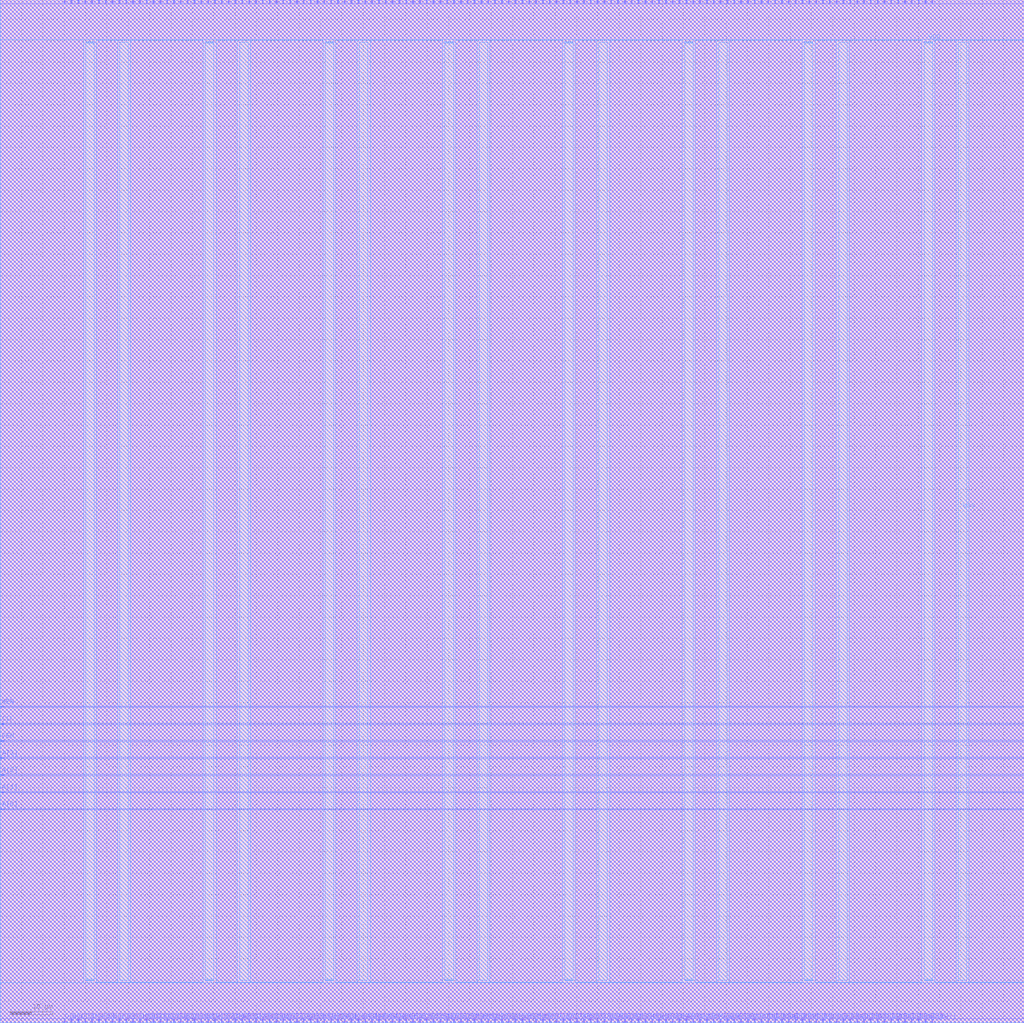
<source format=lef>
##
## LEF for PtnCells ;
## created by Innovus v15.23-s045_1 on Mon Mar 10 19:44:47 2025
##

VERSION 5.8 ;

BUSBITCHARS "[]" ;
DIVIDERCHAR "/" ;

MACRO sram_w16
  CLASS BLOCK ;
  SIZE 239.8000 BY 239.6000 ;
  FOREIGN sram_w16 0.0000 0.0000 ;
  ORIGIN 0 0 ;
  SYMMETRY X Y R90 ;
  PIN CLK
    DIRECTION INPUT ;
    USE SIGNAL ;
    PORT
      LAYER M3 ;
        RECT 0.0000 69.9500 0.8000 70.0500 ;
    END
  END CLK
  PIN D[127]
    DIRECTION INPUT ;
    USE SIGNAL ;
    PORT
      LAYER M2 ;
        RECT 218.2500 0.0000 218.3500 0.8000 ;
    END
  END D[127]
  PIN D[126]
    DIRECTION INPUT ;
    USE SIGNAL ;
    PORT
      LAYER M2 ;
        RECT 216.6500 0.0000 216.7500 0.8000 ;
    END
  END D[126]
  PIN D[125]
    DIRECTION INPUT ;
    USE SIGNAL ;
    PORT
      LAYER M2 ;
        RECT 215.0500 0.0000 215.1500 0.8000 ;
    END
  END D[125]
  PIN D[124]
    DIRECTION INPUT ;
    USE SIGNAL ;
    PORT
      LAYER M2 ;
        RECT 213.4500 0.0000 213.5500 0.8000 ;
    END
  END D[124]
  PIN D[123]
    DIRECTION INPUT ;
    USE SIGNAL ;
    PORT
      LAYER M2 ;
        RECT 211.8500 0.0000 211.9500 0.8000 ;
    END
  END D[123]
  PIN D[122]
    DIRECTION INPUT ;
    USE SIGNAL ;
    PORT
      LAYER M2 ;
        RECT 210.2500 0.0000 210.3500 0.8000 ;
    END
  END D[122]
  PIN D[121]
    DIRECTION INPUT ;
    USE SIGNAL ;
    PORT
      LAYER M2 ;
        RECT 208.6500 0.0000 208.7500 0.8000 ;
    END
  END D[121]
  PIN D[120]
    DIRECTION INPUT ;
    USE SIGNAL ;
    PORT
      LAYER M2 ;
        RECT 207.0500 0.0000 207.1500 0.8000 ;
    END
  END D[120]
  PIN D[119]
    DIRECTION INPUT ;
    USE SIGNAL ;
    PORT
      LAYER M2 ;
        RECT 205.4500 0.0000 205.5500 0.8000 ;
    END
  END D[119]
  PIN D[118]
    DIRECTION INPUT ;
    USE SIGNAL ;
    PORT
      LAYER M2 ;
        RECT 203.8500 0.0000 203.9500 0.8000 ;
    END
  END D[118]
  PIN D[117]
    DIRECTION INPUT ;
    USE SIGNAL ;
    PORT
      LAYER M2 ;
        RECT 202.2500 0.0000 202.3500 0.8000 ;
    END
  END D[117]
  PIN D[116]
    DIRECTION INPUT ;
    USE SIGNAL ;
    PORT
      LAYER M2 ;
        RECT 200.6500 0.0000 200.7500 0.8000 ;
    END
  END D[116]
  PIN D[115]
    DIRECTION INPUT ;
    USE SIGNAL ;
    PORT
      LAYER M2 ;
        RECT 199.0500 0.0000 199.1500 0.8000 ;
    END
  END D[115]
  PIN D[114]
    DIRECTION INPUT ;
    USE SIGNAL ;
    PORT
      LAYER M2 ;
        RECT 197.4500 0.0000 197.5500 0.8000 ;
    END
  END D[114]
  PIN D[113]
    DIRECTION INPUT ;
    USE SIGNAL ;
    PORT
      LAYER M2 ;
        RECT 195.8500 0.0000 195.9500 0.8000 ;
    END
  END D[113]
  PIN D[112]
    DIRECTION INPUT ;
    USE SIGNAL ;
    PORT
      LAYER M2 ;
        RECT 194.2500 0.0000 194.3500 0.8000 ;
    END
  END D[112]
  PIN D[111]
    DIRECTION INPUT ;
    USE SIGNAL ;
    PORT
      LAYER M2 ;
        RECT 192.6500 0.0000 192.7500 0.8000 ;
    END
  END D[111]
  PIN D[110]
    DIRECTION INPUT ;
    USE SIGNAL ;
    PORT
      LAYER M2 ;
        RECT 191.0500 0.0000 191.1500 0.8000 ;
    END
  END D[110]
  PIN D[109]
    DIRECTION INPUT ;
    USE SIGNAL ;
    PORT
      LAYER M2 ;
        RECT 189.4500 0.0000 189.5500 0.8000 ;
    END
  END D[109]
  PIN D[108]
    DIRECTION INPUT ;
    USE SIGNAL ;
    PORT
      LAYER M2 ;
        RECT 187.8500 0.0000 187.9500 0.8000 ;
    END
  END D[108]
  PIN D[107]
    DIRECTION INPUT ;
    USE SIGNAL ;
    PORT
      LAYER M2 ;
        RECT 186.2500 0.0000 186.3500 0.8000 ;
    END
  END D[107]
  PIN D[106]
    DIRECTION INPUT ;
    USE SIGNAL ;
    PORT
      LAYER M2 ;
        RECT 184.6500 0.0000 184.7500 0.8000 ;
    END
  END D[106]
  PIN D[105]
    DIRECTION INPUT ;
    USE SIGNAL ;
    PORT
      LAYER M2 ;
        RECT 183.0500 0.0000 183.1500 0.8000 ;
    END
  END D[105]
  PIN D[104]
    DIRECTION INPUT ;
    USE SIGNAL ;
    PORT
      LAYER M2 ;
        RECT 181.4500 0.0000 181.5500 0.8000 ;
    END
  END D[104]
  PIN D[103]
    DIRECTION INPUT ;
    USE SIGNAL ;
    PORT
      LAYER M2 ;
        RECT 179.8500 0.0000 179.9500 0.8000 ;
    END
  END D[103]
  PIN D[102]
    DIRECTION INPUT ;
    USE SIGNAL ;
    PORT
      LAYER M2 ;
        RECT 178.2500 0.0000 178.3500 0.8000 ;
    END
  END D[102]
  PIN D[101]
    DIRECTION INPUT ;
    USE SIGNAL ;
    PORT
      LAYER M2 ;
        RECT 176.6500 0.0000 176.7500 0.8000 ;
    END
  END D[101]
  PIN D[100]
    DIRECTION INPUT ;
    USE SIGNAL ;
    PORT
      LAYER M2 ;
        RECT 175.0500 0.0000 175.1500 0.8000 ;
    END
  END D[100]
  PIN D[99]
    DIRECTION INPUT ;
    USE SIGNAL ;
    PORT
      LAYER M2 ;
        RECT 173.4500 0.0000 173.5500 0.8000 ;
    END
  END D[99]
  PIN D[98]
    DIRECTION INPUT ;
    USE SIGNAL ;
    PORT
      LAYER M2 ;
        RECT 171.8500 0.0000 171.9500 0.8000 ;
    END
  END D[98]
  PIN D[97]
    DIRECTION INPUT ;
    USE SIGNAL ;
    PORT
      LAYER M2 ;
        RECT 170.2500 0.0000 170.3500 0.8000 ;
    END
  END D[97]
  PIN D[96]
    DIRECTION INPUT ;
    USE SIGNAL ;
    PORT
      LAYER M2 ;
        RECT 168.6500 0.0000 168.7500 0.8000 ;
    END
  END D[96]
  PIN D[95]
    DIRECTION INPUT ;
    USE SIGNAL ;
    PORT
      LAYER M2 ;
        RECT 167.0500 0.0000 167.1500 0.8000 ;
    END
  END D[95]
  PIN D[94]
    DIRECTION INPUT ;
    USE SIGNAL ;
    PORT
      LAYER M2 ;
        RECT 165.4500 0.0000 165.5500 0.8000 ;
    END
  END D[94]
  PIN D[93]
    DIRECTION INPUT ;
    USE SIGNAL ;
    PORT
      LAYER M2 ;
        RECT 163.8500 0.0000 163.9500 0.8000 ;
    END
  END D[93]
  PIN D[92]
    DIRECTION INPUT ;
    USE SIGNAL ;
    PORT
      LAYER M2 ;
        RECT 162.2500 0.0000 162.3500 0.8000 ;
    END
  END D[92]
  PIN D[91]
    DIRECTION INPUT ;
    USE SIGNAL ;
    PORT
      LAYER M2 ;
        RECT 160.6500 0.0000 160.7500 0.8000 ;
    END
  END D[91]
  PIN D[90]
    DIRECTION INPUT ;
    USE SIGNAL ;
    PORT
      LAYER M2 ;
        RECT 159.0500 0.0000 159.1500 0.8000 ;
    END
  END D[90]
  PIN D[89]
    DIRECTION INPUT ;
    USE SIGNAL ;
    PORT
      LAYER M2 ;
        RECT 157.4500 0.0000 157.5500 0.8000 ;
    END
  END D[89]
  PIN D[88]
    DIRECTION INPUT ;
    USE SIGNAL ;
    PORT
      LAYER M2 ;
        RECT 155.8500 0.0000 155.9500 0.8000 ;
    END
  END D[88]
  PIN D[87]
    DIRECTION INPUT ;
    USE SIGNAL ;
    PORT
      LAYER M2 ;
        RECT 154.2500 0.0000 154.3500 0.8000 ;
    END
  END D[87]
  PIN D[86]
    DIRECTION INPUT ;
    USE SIGNAL ;
    PORT
      LAYER M2 ;
        RECT 152.6500 0.0000 152.7500 0.8000 ;
    END
  END D[86]
  PIN D[85]
    DIRECTION INPUT ;
    USE SIGNAL ;
    PORT
      LAYER M2 ;
        RECT 151.0500 0.0000 151.1500 0.8000 ;
    END
  END D[85]
  PIN D[84]
    DIRECTION INPUT ;
    USE SIGNAL ;
    PORT
      LAYER M2 ;
        RECT 149.4500 0.0000 149.5500 0.8000 ;
    END
  END D[84]
  PIN D[83]
    DIRECTION INPUT ;
    USE SIGNAL ;
    PORT
      LAYER M2 ;
        RECT 147.8500 0.0000 147.9500 0.8000 ;
    END
  END D[83]
  PIN D[82]
    DIRECTION INPUT ;
    USE SIGNAL ;
    PORT
      LAYER M2 ;
        RECT 146.2500 0.0000 146.3500 0.8000 ;
    END
  END D[82]
  PIN D[81]
    DIRECTION INPUT ;
    USE SIGNAL ;
    PORT
      LAYER M2 ;
        RECT 144.6500 0.0000 144.7500 0.8000 ;
    END
  END D[81]
  PIN D[80]
    DIRECTION INPUT ;
    USE SIGNAL ;
    PORT
      LAYER M2 ;
        RECT 143.0500 0.0000 143.1500 0.8000 ;
    END
  END D[80]
  PIN D[79]
    DIRECTION INPUT ;
    USE SIGNAL ;
    PORT
      LAYER M2 ;
        RECT 141.4500 0.0000 141.5500 0.8000 ;
    END
  END D[79]
  PIN D[78]
    DIRECTION INPUT ;
    USE SIGNAL ;
    PORT
      LAYER M2 ;
        RECT 139.8500 0.0000 139.9500 0.8000 ;
    END
  END D[78]
  PIN D[77]
    DIRECTION INPUT ;
    USE SIGNAL ;
    PORT
      LAYER M2 ;
        RECT 138.2500 0.0000 138.3500 0.8000 ;
    END
  END D[77]
  PIN D[76]
    DIRECTION INPUT ;
    USE SIGNAL ;
    PORT
      LAYER M2 ;
        RECT 136.6500 0.0000 136.7500 0.8000 ;
    END
  END D[76]
  PIN D[75]
    DIRECTION INPUT ;
    USE SIGNAL ;
    PORT
      LAYER M2 ;
        RECT 135.0500 0.0000 135.1500 0.8000 ;
    END
  END D[75]
  PIN D[74]
    DIRECTION INPUT ;
    USE SIGNAL ;
    PORT
      LAYER M2 ;
        RECT 133.4500 0.0000 133.5500 0.8000 ;
    END
  END D[74]
  PIN D[73]
    DIRECTION INPUT ;
    USE SIGNAL ;
    PORT
      LAYER M2 ;
        RECT 131.8500 0.0000 131.9500 0.8000 ;
    END
  END D[73]
  PIN D[72]
    DIRECTION INPUT ;
    USE SIGNAL ;
    PORT
      LAYER M2 ;
        RECT 130.2500 0.0000 130.3500 0.8000 ;
    END
  END D[72]
  PIN D[71]
    DIRECTION INPUT ;
    USE SIGNAL ;
    PORT
      LAYER M2 ;
        RECT 128.6500 0.0000 128.7500 0.8000 ;
    END
  END D[71]
  PIN D[70]
    DIRECTION INPUT ;
    USE SIGNAL ;
    PORT
      LAYER M2 ;
        RECT 127.0500 0.0000 127.1500 0.8000 ;
    END
  END D[70]
  PIN D[69]
    DIRECTION INPUT ;
    USE SIGNAL ;
    PORT
      LAYER M2 ;
        RECT 125.4500 0.0000 125.5500 0.8000 ;
    END
  END D[69]
  PIN D[68]
    DIRECTION INPUT ;
    USE SIGNAL ;
    PORT
      LAYER M2 ;
        RECT 123.8500 0.0000 123.9500 0.8000 ;
    END
  END D[68]
  PIN D[67]
    DIRECTION INPUT ;
    USE SIGNAL ;
    PORT
      LAYER M2 ;
        RECT 122.2500 0.0000 122.3500 0.8000 ;
    END
  END D[67]
  PIN D[66]
    DIRECTION INPUT ;
    USE SIGNAL ;
    PORT
      LAYER M2 ;
        RECT 120.6500 0.0000 120.7500 0.8000 ;
    END
  END D[66]
  PIN D[65]
    DIRECTION INPUT ;
    USE SIGNAL ;
    PORT
      LAYER M2 ;
        RECT 119.0500 0.0000 119.1500 0.8000 ;
    END
  END D[65]
  PIN D[64]
    DIRECTION INPUT ;
    USE SIGNAL ;
    PORT
      LAYER M2 ;
        RECT 117.4500 0.0000 117.5500 0.8000 ;
    END
  END D[64]
  PIN D[63]
    DIRECTION INPUT ;
    USE SIGNAL ;
    PORT
      LAYER M2 ;
        RECT 115.8500 0.0000 115.9500 0.8000 ;
    END
  END D[63]
  PIN D[62]
    DIRECTION INPUT ;
    USE SIGNAL ;
    PORT
      LAYER M2 ;
        RECT 114.2500 0.0000 114.3500 0.8000 ;
    END
  END D[62]
  PIN D[61]
    DIRECTION INPUT ;
    USE SIGNAL ;
    PORT
      LAYER M2 ;
        RECT 112.6500 0.0000 112.7500 0.8000 ;
    END
  END D[61]
  PIN D[60]
    DIRECTION INPUT ;
    USE SIGNAL ;
    PORT
      LAYER M2 ;
        RECT 111.0500 0.0000 111.1500 0.8000 ;
    END
  END D[60]
  PIN D[59]
    DIRECTION INPUT ;
    USE SIGNAL ;
    PORT
      LAYER M2 ;
        RECT 109.4500 0.0000 109.5500 0.8000 ;
    END
  END D[59]
  PIN D[58]
    DIRECTION INPUT ;
    USE SIGNAL ;
    PORT
      LAYER M2 ;
        RECT 107.8500 0.0000 107.9500 0.8000 ;
    END
  END D[58]
  PIN D[57]
    DIRECTION INPUT ;
    USE SIGNAL ;
    PORT
      LAYER M2 ;
        RECT 106.2500 0.0000 106.3500 0.8000 ;
    END
  END D[57]
  PIN D[56]
    DIRECTION INPUT ;
    USE SIGNAL ;
    PORT
      LAYER M2 ;
        RECT 104.6500 0.0000 104.7500 0.8000 ;
    END
  END D[56]
  PIN D[55]
    DIRECTION INPUT ;
    USE SIGNAL ;
    PORT
      LAYER M2 ;
        RECT 103.0500 0.0000 103.1500 0.8000 ;
    END
  END D[55]
  PIN D[54]
    DIRECTION INPUT ;
    USE SIGNAL ;
    PORT
      LAYER M2 ;
        RECT 101.4500 0.0000 101.5500 0.8000 ;
    END
  END D[54]
  PIN D[53]
    DIRECTION INPUT ;
    USE SIGNAL ;
    PORT
      LAYER M2 ;
        RECT 99.8500 0.0000 99.9500 0.8000 ;
    END
  END D[53]
  PIN D[52]
    DIRECTION INPUT ;
    USE SIGNAL ;
    PORT
      LAYER M2 ;
        RECT 98.2500 0.0000 98.3500 0.8000 ;
    END
  END D[52]
  PIN D[51]
    DIRECTION INPUT ;
    USE SIGNAL ;
    PORT
      LAYER M2 ;
        RECT 96.6500 0.0000 96.7500 0.8000 ;
    END
  END D[51]
  PIN D[50]
    DIRECTION INPUT ;
    USE SIGNAL ;
    PORT
      LAYER M2 ;
        RECT 95.0500 0.0000 95.1500 0.8000 ;
    END
  END D[50]
  PIN D[49]
    DIRECTION INPUT ;
    USE SIGNAL ;
    PORT
      LAYER M2 ;
        RECT 93.4500 0.0000 93.5500 0.8000 ;
    END
  END D[49]
  PIN D[48]
    DIRECTION INPUT ;
    USE SIGNAL ;
    PORT
      LAYER M2 ;
        RECT 91.8500 0.0000 91.9500 0.8000 ;
    END
  END D[48]
  PIN D[47]
    DIRECTION INPUT ;
    USE SIGNAL ;
    PORT
      LAYER M2 ;
        RECT 90.2500 0.0000 90.3500 0.8000 ;
    END
  END D[47]
  PIN D[46]
    DIRECTION INPUT ;
    USE SIGNAL ;
    PORT
      LAYER M2 ;
        RECT 88.6500 0.0000 88.7500 0.8000 ;
    END
  END D[46]
  PIN D[45]
    DIRECTION INPUT ;
    USE SIGNAL ;
    PORT
      LAYER M2 ;
        RECT 87.0500 0.0000 87.1500 0.8000 ;
    END
  END D[45]
  PIN D[44]
    DIRECTION INPUT ;
    USE SIGNAL ;
    PORT
      LAYER M2 ;
        RECT 85.4500 0.0000 85.5500 0.8000 ;
    END
  END D[44]
  PIN D[43]
    DIRECTION INPUT ;
    USE SIGNAL ;
    PORT
      LAYER M2 ;
        RECT 83.8500 0.0000 83.9500 0.8000 ;
    END
  END D[43]
  PIN D[42]
    DIRECTION INPUT ;
    USE SIGNAL ;
    PORT
      LAYER M2 ;
        RECT 82.2500 0.0000 82.3500 0.8000 ;
    END
  END D[42]
  PIN D[41]
    DIRECTION INPUT ;
    USE SIGNAL ;
    PORT
      LAYER M2 ;
        RECT 80.6500 0.0000 80.7500 0.8000 ;
    END
  END D[41]
  PIN D[40]
    DIRECTION INPUT ;
    USE SIGNAL ;
    PORT
      LAYER M2 ;
        RECT 79.0500 0.0000 79.1500 0.8000 ;
    END
  END D[40]
  PIN D[39]
    DIRECTION INPUT ;
    USE SIGNAL ;
    PORT
      LAYER M2 ;
        RECT 77.4500 0.0000 77.5500 0.8000 ;
    END
  END D[39]
  PIN D[38]
    DIRECTION INPUT ;
    USE SIGNAL ;
    PORT
      LAYER M2 ;
        RECT 75.8500 0.0000 75.9500 0.8000 ;
    END
  END D[38]
  PIN D[37]
    DIRECTION INPUT ;
    USE SIGNAL ;
    PORT
      LAYER M2 ;
        RECT 74.2500 0.0000 74.3500 0.8000 ;
    END
  END D[37]
  PIN D[36]
    DIRECTION INPUT ;
    USE SIGNAL ;
    PORT
      LAYER M2 ;
        RECT 72.6500 0.0000 72.7500 0.8000 ;
    END
  END D[36]
  PIN D[35]
    DIRECTION INPUT ;
    USE SIGNAL ;
    PORT
      LAYER M2 ;
        RECT 71.0500 0.0000 71.1500 0.8000 ;
    END
  END D[35]
  PIN D[34]
    DIRECTION INPUT ;
    USE SIGNAL ;
    PORT
      LAYER M2 ;
        RECT 69.4500 0.0000 69.5500 0.8000 ;
    END
  END D[34]
  PIN D[33]
    DIRECTION INPUT ;
    USE SIGNAL ;
    PORT
      LAYER M2 ;
        RECT 67.8500 0.0000 67.9500 0.8000 ;
    END
  END D[33]
  PIN D[32]
    DIRECTION INPUT ;
    USE SIGNAL ;
    PORT
      LAYER M2 ;
        RECT 66.2500 0.0000 66.3500 0.8000 ;
    END
  END D[32]
  PIN D[31]
    DIRECTION INPUT ;
    USE SIGNAL ;
    PORT
      LAYER M2 ;
        RECT 64.6500 0.0000 64.7500 0.8000 ;
    END
  END D[31]
  PIN D[30]
    DIRECTION INPUT ;
    USE SIGNAL ;
    PORT
      LAYER M2 ;
        RECT 63.0500 0.0000 63.1500 0.8000 ;
    END
  END D[30]
  PIN D[29]
    DIRECTION INPUT ;
    USE SIGNAL ;
    PORT
      LAYER M2 ;
        RECT 61.4500 0.0000 61.5500 0.8000 ;
    END
  END D[29]
  PIN D[28]
    DIRECTION INPUT ;
    USE SIGNAL ;
    PORT
      LAYER M2 ;
        RECT 59.8500 0.0000 59.9500 0.8000 ;
    END
  END D[28]
  PIN D[27]
    DIRECTION INPUT ;
    USE SIGNAL ;
    PORT
      LAYER M2 ;
        RECT 58.2500 0.0000 58.3500 0.8000 ;
    END
  END D[27]
  PIN D[26]
    DIRECTION INPUT ;
    USE SIGNAL ;
    PORT
      LAYER M2 ;
        RECT 56.6500 0.0000 56.7500 0.8000 ;
    END
  END D[26]
  PIN D[25]
    DIRECTION INPUT ;
    USE SIGNAL ;
    PORT
      LAYER M2 ;
        RECT 55.0500 0.0000 55.1500 0.8000 ;
    END
  END D[25]
  PIN D[24]
    DIRECTION INPUT ;
    USE SIGNAL ;
    PORT
      LAYER M2 ;
        RECT 53.4500 0.0000 53.5500 0.8000 ;
    END
  END D[24]
  PIN D[23]
    DIRECTION INPUT ;
    USE SIGNAL ;
    PORT
      LAYER M2 ;
        RECT 51.8500 0.0000 51.9500 0.8000 ;
    END
  END D[23]
  PIN D[22]
    DIRECTION INPUT ;
    USE SIGNAL ;
    PORT
      LAYER M2 ;
        RECT 50.2500 0.0000 50.3500 0.8000 ;
    END
  END D[22]
  PIN D[21]
    DIRECTION INPUT ;
    USE SIGNAL ;
    PORT
      LAYER M2 ;
        RECT 48.6500 0.0000 48.7500 0.8000 ;
    END
  END D[21]
  PIN D[20]
    DIRECTION INPUT ;
    USE SIGNAL ;
    PORT
      LAYER M2 ;
        RECT 47.0500 0.0000 47.1500 0.8000 ;
    END
  END D[20]
  PIN D[19]
    DIRECTION INPUT ;
    USE SIGNAL ;
    PORT
      LAYER M2 ;
        RECT 45.4500 0.0000 45.5500 0.8000 ;
    END
  END D[19]
  PIN D[18]
    DIRECTION INPUT ;
    USE SIGNAL ;
    PORT
      LAYER M2 ;
        RECT 43.8500 0.0000 43.9500 0.8000 ;
    END
  END D[18]
  PIN D[17]
    DIRECTION INPUT ;
    USE SIGNAL ;
    PORT
      LAYER M2 ;
        RECT 42.2500 0.0000 42.3500 0.8000 ;
    END
  END D[17]
  PIN D[16]
    DIRECTION INPUT ;
    USE SIGNAL ;
    PORT
      LAYER M2 ;
        RECT 40.6500 0.0000 40.7500 0.8000 ;
    END
  END D[16]
  PIN D[15]
    DIRECTION INPUT ;
    USE SIGNAL ;
    PORT
      LAYER M2 ;
        RECT 39.0500 0.0000 39.1500 0.8000 ;
    END
  END D[15]
  PIN D[14]
    DIRECTION INPUT ;
    USE SIGNAL ;
    PORT
      LAYER M2 ;
        RECT 37.4500 0.0000 37.5500 0.8000 ;
    END
  END D[14]
  PIN D[13]
    DIRECTION INPUT ;
    USE SIGNAL ;
    PORT
      LAYER M2 ;
        RECT 35.8500 0.0000 35.9500 0.8000 ;
    END
  END D[13]
  PIN D[12]
    DIRECTION INPUT ;
    USE SIGNAL ;
    PORT
      LAYER M2 ;
        RECT 34.2500 0.0000 34.3500 0.8000 ;
    END
  END D[12]
  PIN D[11]
    DIRECTION INPUT ;
    USE SIGNAL ;
    PORT
      LAYER M2 ;
        RECT 32.6500 0.0000 32.7500 0.8000 ;
    END
  END D[11]
  PIN D[10]
    DIRECTION INPUT ;
    USE SIGNAL ;
    PORT
      LAYER M2 ;
        RECT 31.0500 0.0000 31.1500 0.8000 ;
    END
  END D[10]
  PIN D[9]
    DIRECTION INPUT ;
    USE SIGNAL ;
    PORT
      LAYER M2 ;
        RECT 29.4500 0.0000 29.5500 0.8000 ;
    END
  END D[9]
  PIN D[8]
    DIRECTION INPUT ;
    USE SIGNAL ;
    PORT
      LAYER M2 ;
        RECT 27.8500 0.0000 27.9500 0.8000 ;
    END
  END D[8]
  PIN D[7]
    DIRECTION INPUT ;
    USE SIGNAL ;
    PORT
      LAYER M2 ;
        RECT 26.2500 0.0000 26.3500 0.8000 ;
    END
  END D[7]
  PIN D[6]
    DIRECTION INPUT ;
    USE SIGNAL ;
    PORT
      LAYER M2 ;
        RECT 24.6500 0.0000 24.7500 0.8000 ;
    END
  END D[6]
  PIN D[5]
    DIRECTION INPUT ;
    USE SIGNAL ;
    PORT
      LAYER M2 ;
        RECT 23.0500 0.0000 23.1500 0.8000 ;
    END
  END D[5]
  PIN D[4]
    DIRECTION INPUT ;
    USE SIGNAL ;
    PORT
      LAYER M2 ;
        RECT 21.4500 0.0000 21.5500 0.8000 ;
    END
  END D[4]
  PIN D[3]
    DIRECTION INPUT ;
    USE SIGNAL ;
    PORT
      LAYER M2 ;
        RECT 19.8500 0.0000 19.9500 0.8000 ;
    END
  END D[3]
  PIN D[2]
    DIRECTION INPUT ;
    USE SIGNAL ;
    PORT
      LAYER M2 ;
        RECT 18.2500 0.0000 18.3500 0.8000 ;
    END
  END D[2]
  PIN D[1]
    DIRECTION INPUT ;
    USE SIGNAL ;
    PORT
      LAYER M2 ;
        RECT 16.6500 0.0000 16.7500 0.8000 ;
    END
  END D[1]
  PIN D[0]
    DIRECTION INPUT ;
    USE SIGNAL ;
    PORT
      LAYER M2 ;
        RECT 15.0500 0.0000 15.1500 0.8000 ;
    END
  END D[0]
  PIN Q[127]
    DIRECTION OUTPUT ;
    USE SIGNAL ;
    PORT
      LAYER M2 ;
        RECT 218.2500 238.8000 218.3500 239.6000 ;
    END
  END Q[127]
  PIN Q[126]
    DIRECTION OUTPUT ;
    USE SIGNAL ;
    PORT
      LAYER M2 ;
        RECT 216.6500 238.8000 216.7500 239.6000 ;
    END
  END Q[126]
  PIN Q[125]
    DIRECTION OUTPUT ;
    USE SIGNAL ;
    PORT
      LAYER M2 ;
        RECT 215.0500 238.8000 215.1500 239.6000 ;
    END
  END Q[125]
  PIN Q[124]
    DIRECTION OUTPUT ;
    USE SIGNAL ;
    PORT
      LAYER M2 ;
        RECT 213.4500 238.8000 213.5500 239.6000 ;
    END
  END Q[124]
  PIN Q[123]
    DIRECTION OUTPUT ;
    USE SIGNAL ;
    PORT
      LAYER M2 ;
        RECT 211.8500 238.8000 211.9500 239.6000 ;
    END
  END Q[123]
  PIN Q[122]
    DIRECTION OUTPUT ;
    USE SIGNAL ;
    PORT
      LAYER M2 ;
        RECT 210.2500 238.8000 210.3500 239.6000 ;
    END
  END Q[122]
  PIN Q[121]
    DIRECTION OUTPUT ;
    USE SIGNAL ;
    PORT
      LAYER M2 ;
        RECT 208.6500 238.8000 208.7500 239.6000 ;
    END
  END Q[121]
  PIN Q[120]
    DIRECTION OUTPUT ;
    USE SIGNAL ;
    PORT
      LAYER M2 ;
        RECT 207.0500 238.8000 207.1500 239.6000 ;
    END
  END Q[120]
  PIN Q[119]
    DIRECTION OUTPUT ;
    USE SIGNAL ;
    PORT
      LAYER M2 ;
        RECT 205.4500 238.8000 205.5500 239.6000 ;
    END
  END Q[119]
  PIN Q[118]
    DIRECTION OUTPUT ;
    USE SIGNAL ;
    PORT
      LAYER M2 ;
        RECT 203.8500 238.8000 203.9500 239.6000 ;
    END
  END Q[118]
  PIN Q[117]
    DIRECTION OUTPUT ;
    USE SIGNAL ;
    PORT
      LAYER M2 ;
        RECT 202.2500 238.8000 202.3500 239.6000 ;
    END
  END Q[117]
  PIN Q[116]
    DIRECTION OUTPUT ;
    USE SIGNAL ;
    PORT
      LAYER M2 ;
        RECT 200.6500 238.8000 200.7500 239.6000 ;
    END
  END Q[116]
  PIN Q[115]
    DIRECTION OUTPUT ;
    USE SIGNAL ;
    PORT
      LAYER M2 ;
        RECT 199.0500 238.8000 199.1500 239.6000 ;
    END
  END Q[115]
  PIN Q[114]
    DIRECTION OUTPUT ;
    USE SIGNAL ;
    PORT
      LAYER M2 ;
        RECT 197.4500 238.8000 197.5500 239.6000 ;
    END
  END Q[114]
  PIN Q[113]
    DIRECTION OUTPUT ;
    USE SIGNAL ;
    PORT
      LAYER M2 ;
        RECT 195.8500 238.8000 195.9500 239.6000 ;
    END
  END Q[113]
  PIN Q[112]
    DIRECTION OUTPUT ;
    USE SIGNAL ;
    PORT
      LAYER M2 ;
        RECT 194.2500 238.8000 194.3500 239.6000 ;
    END
  END Q[112]
  PIN Q[111]
    DIRECTION OUTPUT ;
    USE SIGNAL ;
    PORT
      LAYER M2 ;
        RECT 192.6500 238.8000 192.7500 239.6000 ;
    END
  END Q[111]
  PIN Q[110]
    DIRECTION OUTPUT ;
    USE SIGNAL ;
    PORT
      LAYER M2 ;
        RECT 191.0500 238.8000 191.1500 239.6000 ;
    END
  END Q[110]
  PIN Q[109]
    DIRECTION OUTPUT ;
    USE SIGNAL ;
    PORT
      LAYER M2 ;
        RECT 189.4500 238.8000 189.5500 239.6000 ;
    END
  END Q[109]
  PIN Q[108]
    DIRECTION OUTPUT ;
    USE SIGNAL ;
    PORT
      LAYER M2 ;
        RECT 187.8500 238.8000 187.9500 239.6000 ;
    END
  END Q[108]
  PIN Q[107]
    DIRECTION OUTPUT ;
    USE SIGNAL ;
    PORT
      LAYER M2 ;
        RECT 186.2500 238.8000 186.3500 239.6000 ;
    END
  END Q[107]
  PIN Q[106]
    DIRECTION OUTPUT ;
    USE SIGNAL ;
    PORT
      LAYER M2 ;
        RECT 184.6500 238.8000 184.7500 239.6000 ;
    END
  END Q[106]
  PIN Q[105]
    DIRECTION OUTPUT ;
    USE SIGNAL ;
    PORT
      LAYER M2 ;
        RECT 183.0500 238.8000 183.1500 239.6000 ;
    END
  END Q[105]
  PIN Q[104]
    DIRECTION OUTPUT ;
    USE SIGNAL ;
    PORT
      LAYER M2 ;
        RECT 181.4500 238.8000 181.5500 239.6000 ;
    END
  END Q[104]
  PIN Q[103]
    DIRECTION OUTPUT ;
    USE SIGNAL ;
    PORT
      LAYER M2 ;
        RECT 179.8500 238.8000 179.9500 239.6000 ;
    END
  END Q[103]
  PIN Q[102]
    DIRECTION OUTPUT ;
    USE SIGNAL ;
    PORT
      LAYER M2 ;
        RECT 178.2500 238.8000 178.3500 239.6000 ;
    END
  END Q[102]
  PIN Q[101]
    DIRECTION OUTPUT ;
    USE SIGNAL ;
    PORT
      LAYER M2 ;
        RECT 176.6500 238.8000 176.7500 239.6000 ;
    END
  END Q[101]
  PIN Q[100]
    DIRECTION OUTPUT ;
    USE SIGNAL ;
    PORT
      LAYER M2 ;
        RECT 175.0500 238.8000 175.1500 239.6000 ;
    END
  END Q[100]
  PIN Q[99]
    DIRECTION OUTPUT ;
    USE SIGNAL ;
    PORT
      LAYER M2 ;
        RECT 173.4500 238.8000 173.5500 239.6000 ;
    END
  END Q[99]
  PIN Q[98]
    DIRECTION OUTPUT ;
    USE SIGNAL ;
    PORT
      LAYER M2 ;
        RECT 171.8500 238.8000 171.9500 239.6000 ;
    END
  END Q[98]
  PIN Q[97]
    DIRECTION OUTPUT ;
    USE SIGNAL ;
    PORT
      LAYER M2 ;
        RECT 170.2500 238.8000 170.3500 239.6000 ;
    END
  END Q[97]
  PIN Q[96]
    DIRECTION OUTPUT ;
    USE SIGNAL ;
    PORT
      LAYER M2 ;
        RECT 168.6500 238.8000 168.7500 239.6000 ;
    END
  END Q[96]
  PIN Q[95]
    DIRECTION OUTPUT ;
    USE SIGNAL ;
    PORT
      LAYER M2 ;
        RECT 167.0500 238.8000 167.1500 239.6000 ;
    END
  END Q[95]
  PIN Q[94]
    DIRECTION OUTPUT ;
    USE SIGNAL ;
    PORT
      LAYER M2 ;
        RECT 165.4500 238.8000 165.5500 239.6000 ;
    END
  END Q[94]
  PIN Q[93]
    DIRECTION OUTPUT ;
    USE SIGNAL ;
    PORT
      LAYER M2 ;
        RECT 163.8500 238.8000 163.9500 239.6000 ;
    END
  END Q[93]
  PIN Q[92]
    DIRECTION OUTPUT ;
    USE SIGNAL ;
    PORT
      LAYER M2 ;
        RECT 162.2500 238.8000 162.3500 239.6000 ;
    END
  END Q[92]
  PIN Q[91]
    DIRECTION OUTPUT ;
    USE SIGNAL ;
    PORT
      LAYER M2 ;
        RECT 160.6500 238.8000 160.7500 239.6000 ;
    END
  END Q[91]
  PIN Q[90]
    DIRECTION OUTPUT ;
    USE SIGNAL ;
    PORT
      LAYER M2 ;
        RECT 159.0500 238.8000 159.1500 239.6000 ;
    END
  END Q[90]
  PIN Q[89]
    DIRECTION OUTPUT ;
    USE SIGNAL ;
    PORT
      LAYER M2 ;
        RECT 157.4500 238.8000 157.5500 239.6000 ;
    END
  END Q[89]
  PIN Q[88]
    DIRECTION OUTPUT ;
    USE SIGNAL ;
    PORT
      LAYER M2 ;
        RECT 155.8500 238.8000 155.9500 239.6000 ;
    END
  END Q[88]
  PIN Q[87]
    DIRECTION OUTPUT ;
    USE SIGNAL ;
    PORT
      LAYER M2 ;
        RECT 154.2500 238.8000 154.3500 239.6000 ;
    END
  END Q[87]
  PIN Q[86]
    DIRECTION OUTPUT ;
    USE SIGNAL ;
    PORT
      LAYER M2 ;
        RECT 152.6500 238.8000 152.7500 239.6000 ;
    END
  END Q[86]
  PIN Q[85]
    DIRECTION OUTPUT ;
    USE SIGNAL ;
    PORT
      LAYER M2 ;
        RECT 151.0500 238.8000 151.1500 239.6000 ;
    END
  END Q[85]
  PIN Q[84]
    DIRECTION OUTPUT ;
    USE SIGNAL ;
    PORT
      LAYER M2 ;
        RECT 149.4500 238.8000 149.5500 239.6000 ;
    END
  END Q[84]
  PIN Q[83]
    DIRECTION OUTPUT ;
    USE SIGNAL ;
    PORT
      LAYER M2 ;
        RECT 147.8500 238.8000 147.9500 239.6000 ;
    END
  END Q[83]
  PIN Q[82]
    DIRECTION OUTPUT ;
    USE SIGNAL ;
    PORT
      LAYER M2 ;
        RECT 146.2500 238.8000 146.3500 239.6000 ;
    END
  END Q[82]
  PIN Q[81]
    DIRECTION OUTPUT ;
    USE SIGNAL ;
    PORT
      LAYER M2 ;
        RECT 144.6500 238.8000 144.7500 239.6000 ;
    END
  END Q[81]
  PIN Q[80]
    DIRECTION OUTPUT ;
    USE SIGNAL ;
    PORT
      LAYER M2 ;
        RECT 143.0500 238.8000 143.1500 239.6000 ;
    END
  END Q[80]
  PIN Q[79]
    DIRECTION OUTPUT ;
    USE SIGNAL ;
    PORT
      LAYER M2 ;
        RECT 141.4500 238.8000 141.5500 239.6000 ;
    END
  END Q[79]
  PIN Q[78]
    DIRECTION OUTPUT ;
    USE SIGNAL ;
    PORT
      LAYER M2 ;
        RECT 139.8500 238.8000 139.9500 239.6000 ;
    END
  END Q[78]
  PIN Q[77]
    DIRECTION OUTPUT ;
    USE SIGNAL ;
    PORT
      LAYER M2 ;
        RECT 138.2500 238.8000 138.3500 239.6000 ;
    END
  END Q[77]
  PIN Q[76]
    DIRECTION OUTPUT ;
    USE SIGNAL ;
    PORT
      LAYER M2 ;
        RECT 136.6500 238.8000 136.7500 239.6000 ;
    END
  END Q[76]
  PIN Q[75]
    DIRECTION OUTPUT ;
    USE SIGNAL ;
    PORT
      LAYER M2 ;
        RECT 135.0500 238.8000 135.1500 239.6000 ;
    END
  END Q[75]
  PIN Q[74]
    DIRECTION OUTPUT ;
    USE SIGNAL ;
    PORT
      LAYER M2 ;
        RECT 133.4500 238.8000 133.5500 239.6000 ;
    END
  END Q[74]
  PIN Q[73]
    DIRECTION OUTPUT ;
    USE SIGNAL ;
    PORT
      LAYER M2 ;
        RECT 131.8500 238.8000 131.9500 239.6000 ;
    END
  END Q[73]
  PIN Q[72]
    DIRECTION OUTPUT ;
    USE SIGNAL ;
    PORT
      LAYER M2 ;
        RECT 130.2500 238.8000 130.3500 239.6000 ;
    END
  END Q[72]
  PIN Q[71]
    DIRECTION OUTPUT ;
    USE SIGNAL ;
    PORT
      LAYER M2 ;
        RECT 128.6500 238.8000 128.7500 239.6000 ;
    END
  END Q[71]
  PIN Q[70]
    DIRECTION OUTPUT ;
    USE SIGNAL ;
    PORT
      LAYER M2 ;
        RECT 127.0500 238.8000 127.1500 239.6000 ;
    END
  END Q[70]
  PIN Q[69]
    DIRECTION OUTPUT ;
    USE SIGNAL ;
    PORT
      LAYER M2 ;
        RECT 125.4500 238.8000 125.5500 239.6000 ;
    END
  END Q[69]
  PIN Q[68]
    DIRECTION OUTPUT ;
    USE SIGNAL ;
    PORT
      LAYER M2 ;
        RECT 123.8500 238.8000 123.9500 239.6000 ;
    END
  END Q[68]
  PIN Q[67]
    DIRECTION OUTPUT ;
    USE SIGNAL ;
    PORT
      LAYER M2 ;
        RECT 122.2500 238.8000 122.3500 239.6000 ;
    END
  END Q[67]
  PIN Q[66]
    DIRECTION OUTPUT ;
    USE SIGNAL ;
    PORT
      LAYER M2 ;
        RECT 120.6500 238.8000 120.7500 239.6000 ;
    END
  END Q[66]
  PIN Q[65]
    DIRECTION OUTPUT ;
    USE SIGNAL ;
    PORT
      LAYER M2 ;
        RECT 119.0500 238.8000 119.1500 239.6000 ;
    END
  END Q[65]
  PIN Q[64]
    DIRECTION OUTPUT ;
    USE SIGNAL ;
    PORT
      LAYER M2 ;
        RECT 117.4500 238.8000 117.5500 239.6000 ;
    END
  END Q[64]
  PIN Q[63]
    DIRECTION OUTPUT ;
    USE SIGNAL ;
    PORT
      LAYER M2 ;
        RECT 115.8500 238.8000 115.9500 239.6000 ;
    END
  END Q[63]
  PIN Q[62]
    DIRECTION OUTPUT ;
    USE SIGNAL ;
    PORT
      LAYER M2 ;
        RECT 114.2500 238.8000 114.3500 239.6000 ;
    END
  END Q[62]
  PIN Q[61]
    DIRECTION OUTPUT ;
    USE SIGNAL ;
    PORT
      LAYER M2 ;
        RECT 112.6500 238.8000 112.7500 239.6000 ;
    END
  END Q[61]
  PIN Q[60]
    DIRECTION OUTPUT ;
    USE SIGNAL ;
    PORT
      LAYER M2 ;
        RECT 111.0500 238.8000 111.1500 239.6000 ;
    END
  END Q[60]
  PIN Q[59]
    DIRECTION OUTPUT ;
    USE SIGNAL ;
    PORT
      LAYER M2 ;
        RECT 109.4500 238.8000 109.5500 239.6000 ;
    END
  END Q[59]
  PIN Q[58]
    DIRECTION OUTPUT ;
    USE SIGNAL ;
    PORT
      LAYER M2 ;
        RECT 107.8500 238.8000 107.9500 239.6000 ;
    END
  END Q[58]
  PIN Q[57]
    DIRECTION OUTPUT ;
    USE SIGNAL ;
    PORT
      LAYER M2 ;
        RECT 106.2500 238.8000 106.3500 239.6000 ;
    END
  END Q[57]
  PIN Q[56]
    DIRECTION OUTPUT ;
    USE SIGNAL ;
    PORT
      LAYER M2 ;
        RECT 104.6500 238.8000 104.7500 239.6000 ;
    END
  END Q[56]
  PIN Q[55]
    DIRECTION OUTPUT ;
    USE SIGNAL ;
    PORT
      LAYER M2 ;
        RECT 103.0500 238.8000 103.1500 239.6000 ;
    END
  END Q[55]
  PIN Q[54]
    DIRECTION OUTPUT ;
    USE SIGNAL ;
    PORT
      LAYER M2 ;
        RECT 101.4500 238.8000 101.5500 239.6000 ;
    END
  END Q[54]
  PIN Q[53]
    DIRECTION OUTPUT ;
    USE SIGNAL ;
    PORT
      LAYER M2 ;
        RECT 99.8500 238.8000 99.9500 239.6000 ;
    END
  END Q[53]
  PIN Q[52]
    DIRECTION OUTPUT ;
    USE SIGNAL ;
    PORT
      LAYER M2 ;
        RECT 98.2500 238.8000 98.3500 239.6000 ;
    END
  END Q[52]
  PIN Q[51]
    DIRECTION OUTPUT ;
    USE SIGNAL ;
    PORT
      LAYER M2 ;
        RECT 96.6500 238.8000 96.7500 239.6000 ;
    END
  END Q[51]
  PIN Q[50]
    DIRECTION OUTPUT ;
    USE SIGNAL ;
    PORT
      LAYER M2 ;
        RECT 95.0500 238.8000 95.1500 239.6000 ;
    END
  END Q[50]
  PIN Q[49]
    DIRECTION OUTPUT ;
    USE SIGNAL ;
    PORT
      LAYER M2 ;
        RECT 93.4500 238.8000 93.5500 239.6000 ;
    END
  END Q[49]
  PIN Q[48]
    DIRECTION OUTPUT ;
    USE SIGNAL ;
    PORT
      LAYER M2 ;
        RECT 91.8500 238.8000 91.9500 239.6000 ;
    END
  END Q[48]
  PIN Q[47]
    DIRECTION OUTPUT ;
    USE SIGNAL ;
    PORT
      LAYER M2 ;
        RECT 90.2500 238.8000 90.3500 239.6000 ;
    END
  END Q[47]
  PIN Q[46]
    DIRECTION OUTPUT ;
    USE SIGNAL ;
    PORT
      LAYER M2 ;
        RECT 88.6500 238.8000 88.7500 239.6000 ;
    END
  END Q[46]
  PIN Q[45]
    DIRECTION OUTPUT ;
    USE SIGNAL ;
    PORT
      LAYER M2 ;
        RECT 87.0500 238.8000 87.1500 239.6000 ;
    END
  END Q[45]
  PIN Q[44]
    DIRECTION OUTPUT ;
    USE SIGNAL ;
    PORT
      LAYER M2 ;
        RECT 85.4500 238.8000 85.5500 239.6000 ;
    END
  END Q[44]
  PIN Q[43]
    DIRECTION OUTPUT ;
    USE SIGNAL ;
    PORT
      LAYER M2 ;
        RECT 83.8500 238.8000 83.9500 239.6000 ;
    END
  END Q[43]
  PIN Q[42]
    DIRECTION OUTPUT ;
    USE SIGNAL ;
    PORT
      LAYER M2 ;
        RECT 82.2500 238.8000 82.3500 239.6000 ;
    END
  END Q[42]
  PIN Q[41]
    DIRECTION OUTPUT ;
    USE SIGNAL ;
    PORT
      LAYER M2 ;
        RECT 80.6500 238.8000 80.7500 239.6000 ;
    END
  END Q[41]
  PIN Q[40]
    DIRECTION OUTPUT ;
    USE SIGNAL ;
    PORT
      LAYER M2 ;
        RECT 79.0500 238.8000 79.1500 239.6000 ;
    END
  END Q[40]
  PIN Q[39]
    DIRECTION OUTPUT ;
    USE SIGNAL ;
    PORT
      LAYER M2 ;
        RECT 77.4500 238.8000 77.5500 239.6000 ;
    END
  END Q[39]
  PIN Q[38]
    DIRECTION OUTPUT ;
    USE SIGNAL ;
    PORT
      LAYER M2 ;
        RECT 75.8500 238.8000 75.9500 239.6000 ;
    END
  END Q[38]
  PIN Q[37]
    DIRECTION OUTPUT ;
    USE SIGNAL ;
    PORT
      LAYER M2 ;
        RECT 74.2500 238.8000 74.3500 239.6000 ;
    END
  END Q[37]
  PIN Q[36]
    DIRECTION OUTPUT ;
    USE SIGNAL ;
    PORT
      LAYER M2 ;
        RECT 72.6500 238.8000 72.7500 239.6000 ;
    END
  END Q[36]
  PIN Q[35]
    DIRECTION OUTPUT ;
    USE SIGNAL ;
    PORT
      LAYER M2 ;
        RECT 71.0500 238.8000 71.1500 239.6000 ;
    END
  END Q[35]
  PIN Q[34]
    DIRECTION OUTPUT ;
    USE SIGNAL ;
    PORT
      LAYER M2 ;
        RECT 69.4500 238.8000 69.5500 239.6000 ;
    END
  END Q[34]
  PIN Q[33]
    DIRECTION OUTPUT ;
    USE SIGNAL ;
    PORT
      LAYER M2 ;
        RECT 67.8500 238.8000 67.9500 239.6000 ;
    END
  END Q[33]
  PIN Q[32]
    DIRECTION OUTPUT ;
    USE SIGNAL ;
    PORT
      LAYER M2 ;
        RECT 66.2500 238.8000 66.3500 239.6000 ;
    END
  END Q[32]
  PIN Q[31]
    DIRECTION OUTPUT ;
    USE SIGNAL ;
    PORT
      LAYER M2 ;
        RECT 64.6500 238.8000 64.7500 239.6000 ;
    END
  END Q[31]
  PIN Q[30]
    DIRECTION OUTPUT ;
    USE SIGNAL ;
    PORT
      LAYER M2 ;
        RECT 63.0500 238.8000 63.1500 239.6000 ;
    END
  END Q[30]
  PIN Q[29]
    DIRECTION OUTPUT ;
    USE SIGNAL ;
    PORT
      LAYER M2 ;
        RECT 61.4500 238.8000 61.5500 239.6000 ;
    END
  END Q[29]
  PIN Q[28]
    DIRECTION OUTPUT ;
    USE SIGNAL ;
    PORT
      LAYER M2 ;
        RECT 59.8500 238.8000 59.9500 239.6000 ;
    END
  END Q[28]
  PIN Q[27]
    DIRECTION OUTPUT ;
    USE SIGNAL ;
    PORT
      LAYER M2 ;
        RECT 58.2500 238.8000 58.3500 239.6000 ;
    END
  END Q[27]
  PIN Q[26]
    DIRECTION OUTPUT ;
    USE SIGNAL ;
    PORT
      LAYER M2 ;
        RECT 56.6500 238.8000 56.7500 239.6000 ;
    END
  END Q[26]
  PIN Q[25]
    DIRECTION OUTPUT ;
    USE SIGNAL ;
    PORT
      LAYER M2 ;
        RECT 55.0500 238.8000 55.1500 239.6000 ;
    END
  END Q[25]
  PIN Q[24]
    DIRECTION OUTPUT ;
    USE SIGNAL ;
    PORT
      LAYER M2 ;
        RECT 53.4500 238.8000 53.5500 239.6000 ;
    END
  END Q[24]
  PIN Q[23]
    DIRECTION OUTPUT ;
    USE SIGNAL ;
    PORT
      LAYER M2 ;
        RECT 51.8500 238.8000 51.9500 239.6000 ;
    END
  END Q[23]
  PIN Q[22]
    DIRECTION OUTPUT ;
    USE SIGNAL ;
    PORT
      LAYER M2 ;
        RECT 50.2500 238.8000 50.3500 239.6000 ;
    END
  END Q[22]
  PIN Q[21]
    DIRECTION OUTPUT ;
    USE SIGNAL ;
    PORT
      LAYER M2 ;
        RECT 48.6500 238.8000 48.7500 239.6000 ;
    END
  END Q[21]
  PIN Q[20]
    DIRECTION OUTPUT ;
    USE SIGNAL ;
    PORT
      LAYER M2 ;
        RECT 47.0500 238.8000 47.1500 239.6000 ;
    END
  END Q[20]
  PIN Q[19]
    DIRECTION OUTPUT ;
    USE SIGNAL ;
    PORT
      LAYER M2 ;
        RECT 45.4500 238.8000 45.5500 239.6000 ;
    END
  END Q[19]
  PIN Q[18]
    DIRECTION OUTPUT ;
    USE SIGNAL ;
    PORT
      LAYER M2 ;
        RECT 43.8500 238.8000 43.9500 239.6000 ;
    END
  END Q[18]
  PIN Q[17]
    DIRECTION OUTPUT ;
    USE SIGNAL ;
    PORT
      LAYER M2 ;
        RECT 42.2500 238.8000 42.3500 239.6000 ;
    END
  END Q[17]
  PIN Q[16]
    DIRECTION OUTPUT ;
    USE SIGNAL ;
    PORT
      LAYER M2 ;
        RECT 40.6500 238.8000 40.7500 239.6000 ;
    END
  END Q[16]
  PIN Q[15]
    DIRECTION OUTPUT ;
    USE SIGNAL ;
    PORT
      LAYER M2 ;
        RECT 39.0500 238.8000 39.1500 239.6000 ;
    END
  END Q[15]
  PIN Q[14]
    DIRECTION OUTPUT ;
    USE SIGNAL ;
    PORT
      LAYER M2 ;
        RECT 37.4500 238.8000 37.5500 239.6000 ;
    END
  END Q[14]
  PIN Q[13]
    DIRECTION OUTPUT ;
    USE SIGNAL ;
    PORT
      LAYER M2 ;
        RECT 35.8500 238.8000 35.9500 239.6000 ;
    END
  END Q[13]
  PIN Q[12]
    DIRECTION OUTPUT ;
    USE SIGNAL ;
    PORT
      LAYER M2 ;
        RECT 34.2500 238.8000 34.3500 239.6000 ;
    END
  END Q[12]
  PIN Q[11]
    DIRECTION OUTPUT ;
    USE SIGNAL ;
    PORT
      LAYER M2 ;
        RECT 32.6500 238.8000 32.7500 239.6000 ;
    END
  END Q[11]
  PIN Q[10]
    DIRECTION OUTPUT ;
    USE SIGNAL ;
    PORT
      LAYER M2 ;
        RECT 31.0500 238.8000 31.1500 239.6000 ;
    END
  END Q[10]
  PIN Q[9]
    DIRECTION OUTPUT ;
    USE SIGNAL ;
    PORT
      LAYER M2 ;
        RECT 29.4500 238.8000 29.5500 239.6000 ;
    END
  END Q[9]
  PIN Q[8]
    DIRECTION OUTPUT ;
    USE SIGNAL ;
    PORT
      LAYER M2 ;
        RECT 27.8500 238.8000 27.9500 239.6000 ;
    END
  END Q[8]
  PIN Q[7]
    DIRECTION OUTPUT ;
    USE SIGNAL ;
    PORT
      LAYER M2 ;
        RECT 26.2500 238.8000 26.3500 239.6000 ;
    END
  END Q[7]
  PIN Q[6]
    DIRECTION OUTPUT ;
    USE SIGNAL ;
    PORT
      LAYER M2 ;
        RECT 24.6500 238.8000 24.7500 239.6000 ;
    END
  END Q[6]
  PIN Q[5]
    DIRECTION OUTPUT ;
    USE SIGNAL ;
    PORT
      LAYER M2 ;
        RECT 23.0500 238.8000 23.1500 239.6000 ;
    END
  END Q[5]
  PIN Q[4]
    DIRECTION OUTPUT ;
    USE SIGNAL ;
    PORT
      LAYER M2 ;
        RECT 21.4500 238.8000 21.5500 239.6000 ;
    END
  END Q[4]
  PIN Q[3]
    DIRECTION OUTPUT ;
    USE SIGNAL ;
    PORT
      LAYER M2 ;
        RECT 19.8500 238.8000 19.9500 239.6000 ;
    END
  END Q[3]
  PIN Q[2]
    DIRECTION OUTPUT ;
    USE SIGNAL ;
    PORT
      LAYER M2 ;
        RECT 18.2500 238.8000 18.3500 239.6000 ;
    END
  END Q[2]
  PIN Q[1]
    DIRECTION OUTPUT ;
    USE SIGNAL ;
    PORT
      LAYER M2 ;
        RECT 16.6500 238.8000 16.7500 239.6000 ;
    END
  END Q[1]
  PIN Q[0]
    DIRECTION OUTPUT ;
    USE SIGNAL ;
    PORT
      LAYER M2 ;
        RECT 15.0500 238.8000 15.1500 239.6000 ;
    END
  END Q[0]
  PIN CEN
    DIRECTION INPUT ;
    USE SIGNAL ;
    PORT
      LAYER M3 ;
        RECT 0.0000 65.9500 0.8000 66.0500 ;
    END
  END CEN
  PIN WEN
    DIRECTION INPUT ;
    USE SIGNAL ;
    PORT
      LAYER M3 ;
        RECT 0.0000 73.9500 0.8000 74.0500 ;
    END
  END WEN
  PIN A[3]
    DIRECTION INPUT ;
    USE SIGNAL ;
    PORT
      LAYER M3 ;
        RECT 0.0000 61.9500 0.8000 62.0500 ;
    END
  END A[3]
  PIN A[2]
    DIRECTION INPUT ;
    USE SIGNAL ;
    PORT
      LAYER M3 ;
        RECT 0.0000 57.9500 0.8000 58.0500 ;
    END
  END A[2]
  PIN A[1]
    DIRECTION INPUT ;
    USE SIGNAL ;
    PORT
      LAYER M3 ;
        RECT 0.0000 53.9500 0.8000 54.0500 ;
    END
  END A[1]
  PIN A[0]
    DIRECTION INPUT ;
    USE SIGNAL ;
    PORT
      LAYER M3 ;
        RECT 0.0000 49.9500 0.8000 50.0500 ;
    END
  END A[0]
  PIN VSS
    DIRECTION INOUT ;
    USE GROUND ;

# P/G power stripe data as pin
    PORT
      LAYER M4 ;
        RECT 28.0000 10.0000 30.0000 229.6000 ;
        RECT 56.0550 10.0000 58.0550 229.6000 ;
        RECT 84.1100 10.0000 86.1100 229.6000 ;
        RECT 112.1650 10.0000 114.1650 229.6000 ;
        RECT 140.2200 10.0000 142.2200 229.6000 ;
        RECT 168.2750 10.0000 170.2750 229.6000 ;
        RECT 196.3300 10.0000 198.3300 229.6000 ;
        RECT 224.3850 10.0000 226.3850 229.6000 ;
    END
# end of P/G power stripe data as pin

  END VSS
  PIN VDD
    DIRECTION INOUT ;
    USE POWER ;

# P/G power stripe data as pin
    PORT
      LAYER M4 ;
        RECT 20.0000 10.0000 22.0000 229.6000 ;
        RECT 48.0550 10.0000 50.0550 229.6000 ;
        RECT 76.1100 10.0000 78.1100 229.6000 ;
        RECT 104.1650 10.0000 106.1650 229.6000 ;
        RECT 132.2200 10.0000 134.2200 229.6000 ;
        RECT 160.2750 10.0000 162.2750 229.6000 ;
        RECT 188.3300 10.0000 190.3300 229.6000 ;
        RECT 216.3850 10.0000 218.3850 229.6000 ;
        RECT 20.0000 9.8350 22.0000 10.1650 ;
        RECT 48.0550 9.8350 50.0550 10.1650 ;
        RECT 76.1100 9.8350 78.1100 10.1650 ;
        RECT 104.1650 9.8350 106.1650 10.1650 ;
        RECT 132.2200 9.8350 134.2200 10.1650 ;
        RECT 160.2750 9.8350 162.2750 10.1650 ;
        RECT 188.3300 9.8350 190.3300 10.1650 ;
        RECT 216.3850 9.8350 218.3850 10.1650 ;
        RECT 20.0000 229.4350 22.0000 229.7650 ;
        RECT 48.0550 229.4350 50.0550 229.7650 ;
        RECT 76.1100 229.4350 78.1100 229.7650 ;
        RECT 104.1650 229.4350 106.1650 229.7650 ;
        RECT 132.2200 229.4350 134.2200 229.7650 ;
        RECT 160.2750 229.4350 162.2750 229.7650 ;
        RECT 188.3300 229.4350 190.3300 229.7650 ;
        RECT 216.3850 229.4350 218.3850 229.7650 ;
    END
# end of P/G power stripe data as pin

  END VDD
  OBS
    LAYER M1 ;
      RECT 0.0000 0.0000 239.8000 239.6000 ;
    LAYER M2 ;
      RECT 218.4500 238.7000 239.8000 239.6000 ;
      RECT 216.8500 238.7000 218.1500 239.6000 ;
      RECT 215.2500 238.7000 216.5500 239.6000 ;
      RECT 213.6500 238.7000 214.9500 239.6000 ;
      RECT 212.0500 238.7000 213.3500 239.6000 ;
      RECT 210.4500 238.7000 211.7500 239.6000 ;
      RECT 208.8500 238.7000 210.1500 239.6000 ;
      RECT 207.2500 238.7000 208.5500 239.6000 ;
      RECT 205.6500 238.7000 206.9500 239.6000 ;
      RECT 204.0500 238.7000 205.3500 239.6000 ;
      RECT 202.4500 238.7000 203.7500 239.6000 ;
      RECT 200.8500 238.7000 202.1500 239.6000 ;
      RECT 199.2500 238.7000 200.5500 239.6000 ;
      RECT 197.6500 238.7000 198.9500 239.6000 ;
      RECT 196.0500 238.7000 197.3500 239.6000 ;
      RECT 194.4500 238.7000 195.7500 239.6000 ;
      RECT 192.8500 238.7000 194.1500 239.6000 ;
      RECT 191.2500 238.7000 192.5500 239.6000 ;
      RECT 189.6500 238.7000 190.9500 239.6000 ;
      RECT 188.0500 238.7000 189.3500 239.6000 ;
      RECT 186.4500 238.7000 187.7500 239.6000 ;
      RECT 184.8500 238.7000 186.1500 239.6000 ;
      RECT 183.2500 238.7000 184.5500 239.6000 ;
      RECT 181.6500 238.7000 182.9500 239.6000 ;
      RECT 180.0500 238.7000 181.3500 239.6000 ;
      RECT 178.4500 238.7000 179.7500 239.6000 ;
      RECT 176.8500 238.7000 178.1500 239.6000 ;
      RECT 175.2500 238.7000 176.5500 239.6000 ;
      RECT 173.6500 238.7000 174.9500 239.6000 ;
      RECT 172.0500 238.7000 173.3500 239.6000 ;
      RECT 170.4500 238.7000 171.7500 239.6000 ;
      RECT 168.8500 238.7000 170.1500 239.6000 ;
      RECT 167.2500 238.7000 168.5500 239.6000 ;
      RECT 165.6500 238.7000 166.9500 239.6000 ;
      RECT 164.0500 238.7000 165.3500 239.6000 ;
      RECT 162.4500 238.7000 163.7500 239.6000 ;
      RECT 160.8500 238.7000 162.1500 239.6000 ;
      RECT 159.2500 238.7000 160.5500 239.6000 ;
      RECT 157.6500 238.7000 158.9500 239.6000 ;
      RECT 156.0500 238.7000 157.3500 239.6000 ;
      RECT 154.4500 238.7000 155.7500 239.6000 ;
      RECT 152.8500 238.7000 154.1500 239.6000 ;
      RECT 151.2500 238.7000 152.5500 239.6000 ;
      RECT 149.6500 238.7000 150.9500 239.6000 ;
      RECT 148.0500 238.7000 149.3500 239.6000 ;
      RECT 146.4500 238.7000 147.7500 239.6000 ;
      RECT 144.8500 238.7000 146.1500 239.6000 ;
      RECT 143.2500 238.7000 144.5500 239.6000 ;
      RECT 141.6500 238.7000 142.9500 239.6000 ;
      RECT 140.0500 238.7000 141.3500 239.6000 ;
      RECT 138.4500 238.7000 139.7500 239.6000 ;
      RECT 136.8500 238.7000 138.1500 239.6000 ;
      RECT 135.2500 238.7000 136.5500 239.6000 ;
      RECT 133.6500 238.7000 134.9500 239.6000 ;
      RECT 132.0500 238.7000 133.3500 239.6000 ;
      RECT 130.4500 238.7000 131.7500 239.6000 ;
      RECT 128.8500 238.7000 130.1500 239.6000 ;
      RECT 127.2500 238.7000 128.5500 239.6000 ;
      RECT 125.6500 238.7000 126.9500 239.6000 ;
      RECT 124.0500 238.7000 125.3500 239.6000 ;
      RECT 122.4500 238.7000 123.7500 239.6000 ;
      RECT 120.8500 238.7000 122.1500 239.6000 ;
      RECT 119.2500 238.7000 120.5500 239.6000 ;
      RECT 117.6500 238.7000 118.9500 239.6000 ;
      RECT 116.0500 238.7000 117.3500 239.6000 ;
      RECT 114.4500 238.7000 115.7500 239.6000 ;
      RECT 112.8500 238.7000 114.1500 239.6000 ;
      RECT 111.2500 238.7000 112.5500 239.6000 ;
      RECT 109.6500 238.7000 110.9500 239.6000 ;
      RECT 108.0500 238.7000 109.3500 239.6000 ;
      RECT 106.4500 238.7000 107.7500 239.6000 ;
      RECT 104.8500 238.7000 106.1500 239.6000 ;
      RECT 103.2500 238.7000 104.5500 239.6000 ;
      RECT 101.6500 238.7000 102.9500 239.6000 ;
      RECT 100.0500 238.7000 101.3500 239.6000 ;
      RECT 98.4500 238.7000 99.7500 239.6000 ;
      RECT 96.8500 238.7000 98.1500 239.6000 ;
      RECT 95.2500 238.7000 96.5500 239.6000 ;
      RECT 93.6500 238.7000 94.9500 239.6000 ;
      RECT 92.0500 238.7000 93.3500 239.6000 ;
      RECT 90.4500 238.7000 91.7500 239.6000 ;
      RECT 88.8500 238.7000 90.1500 239.6000 ;
      RECT 87.2500 238.7000 88.5500 239.6000 ;
      RECT 85.6500 238.7000 86.9500 239.6000 ;
      RECT 84.0500 238.7000 85.3500 239.6000 ;
      RECT 82.4500 238.7000 83.7500 239.6000 ;
      RECT 80.8500 238.7000 82.1500 239.6000 ;
      RECT 79.2500 238.7000 80.5500 239.6000 ;
      RECT 77.6500 238.7000 78.9500 239.6000 ;
      RECT 76.0500 238.7000 77.3500 239.6000 ;
      RECT 74.4500 238.7000 75.7500 239.6000 ;
      RECT 72.8500 238.7000 74.1500 239.6000 ;
      RECT 71.2500 238.7000 72.5500 239.6000 ;
      RECT 69.6500 238.7000 70.9500 239.6000 ;
      RECT 68.0500 238.7000 69.3500 239.6000 ;
      RECT 66.4500 238.7000 67.7500 239.6000 ;
      RECT 64.8500 238.7000 66.1500 239.6000 ;
      RECT 63.2500 238.7000 64.5500 239.6000 ;
      RECT 61.6500 238.7000 62.9500 239.6000 ;
      RECT 60.0500 238.7000 61.3500 239.6000 ;
      RECT 58.4500 238.7000 59.7500 239.6000 ;
      RECT 56.8500 238.7000 58.1500 239.6000 ;
      RECT 55.2500 238.7000 56.5500 239.6000 ;
      RECT 53.6500 238.7000 54.9500 239.6000 ;
      RECT 52.0500 238.7000 53.3500 239.6000 ;
      RECT 50.4500 238.7000 51.7500 239.6000 ;
      RECT 48.8500 238.7000 50.1500 239.6000 ;
      RECT 47.2500 238.7000 48.5500 239.6000 ;
      RECT 45.6500 238.7000 46.9500 239.6000 ;
      RECT 44.0500 238.7000 45.3500 239.6000 ;
      RECT 42.4500 238.7000 43.7500 239.6000 ;
      RECT 40.8500 238.7000 42.1500 239.6000 ;
      RECT 39.2500 238.7000 40.5500 239.6000 ;
      RECT 37.6500 238.7000 38.9500 239.6000 ;
      RECT 36.0500 238.7000 37.3500 239.6000 ;
      RECT 34.4500 238.7000 35.7500 239.6000 ;
      RECT 32.8500 238.7000 34.1500 239.6000 ;
      RECT 31.2500 238.7000 32.5500 239.6000 ;
      RECT 29.6500 238.7000 30.9500 239.6000 ;
      RECT 28.0500 238.7000 29.3500 239.6000 ;
      RECT 26.4500 238.7000 27.7500 239.6000 ;
      RECT 24.8500 238.7000 26.1500 239.6000 ;
      RECT 23.2500 238.7000 24.5500 239.6000 ;
      RECT 21.6500 238.7000 22.9500 239.6000 ;
      RECT 20.0500 238.7000 21.3500 239.6000 ;
      RECT 18.4500 238.7000 19.7500 239.6000 ;
      RECT 16.8500 238.7000 18.1500 239.6000 ;
      RECT 15.2500 238.7000 16.5500 239.6000 ;
      RECT 0.0000 238.7000 14.9500 239.6000 ;
      RECT 0.0000 0.9000 239.8000 238.7000 ;
      RECT 218.4500 0.0000 239.8000 0.9000 ;
      RECT 216.8500 0.0000 218.1500 0.9000 ;
      RECT 215.2500 0.0000 216.5500 0.9000 ;
      RECT 213.6500 0.0000 214.9500 0.9000 ;
      RECT 212.0500 0.0000 213.3500 0.9000 ;
      RECT 210.4500 0.0000 211.7500 0.9000 ;
      RECT 208.8500 0.0000 210.1500 0.9000 ;
      RECT 207.2500 0.0000 208.5500 0.9000 ;
      RECT 205.6500 0.0000 206.9500 0.9000 ;
      RECT 204.0500 0.0000 205.3500 0.9000 ;
      RECT 202.4500 0.0000 203.7500 0.9000 ;
      RECT 200.8500 0.0000 202.1500 0.9000 ;
      RECT 199.2500 0.0000 200.5500 0.9000 ;
      RECT 197.6500 0.0000 198.9500 0.9000 ;
      RECT 196.0500 0.0000 197.3500 0.9000 ;
      RECT 194.4500 0.0000 195.7500 0.9000 ;
      RECT 192.8500 0.0000 194.1500 0.9000 ;
      RECT 191.2500 0.0000 192.5500 0.9000 ;
      RECT 189.6500 0.0000 190.9500 0.9000 ;
      RECT 188.0500 0.0000 189.3500 0.9000 ;
      RECT 186.4500 0.0000 187.7500 0.9000 ;
      RECT 184.8500 0.0000 186.1500 0.9000 ;
      RECT 183.2500 0.0000 184.5500 0.9000 ;
      RECT 181.6500 0.0000 182.9500 0.9000 ;
      RECT 180.0500 0.0000 181.3500 0.9000 ;
      RECT 178.4500 0.0000 179.7500 0.9000 ;
      RECT 176.8500 0.0000 178.1500 0.9000 ;
      RECT 175.2500 0.0000 176.5500 0.9000 ;
      RECT 173.6500 0.0000 174.9500 0.9000 ;
      RECT 172.0500 0.0000 173.3500 0.9000 ;
      RECT 170.4500 0.0000 171.7500 0.9000 ;
      RECT 168.8500 0.0000 170.1500 0.9000 ;
      RECT 167.2500 0.0000 168.5500 0.9000 ;
      RECT 165.6500 0.0000 166.9500 0.9000 ;
      RECT 164.0500 0.0000 165.3500 0.9000 ;
      RECT 162.4500 0.0000 163.7500 0.9000 ;
      RECT 160.8500 0.0000 162.1500 0.9000 ;
      RECT 159.2500 0.0000 160.5500 0.9000 ;
      RECT 157.6500 0.0000 158.9500 0.9000 ;
      RECT 156.0500 0.0000 157.3500 0.9000 ;
      RECT 154.4500 0.0000 155.7500 0.9000 ;
      RECT 152.8500 0.0000 154.1500 0.9000 ;
      RECT 151.2500 0.0000 152.5500 0.9000 ;
      RECT 149.6500 0.0000 150.9500 0.9000 ;
      RECT 148.0500 0.0000 149.3500 0.9000 ;
      RECT 146.4500 0.0000 147.7500 0.9000 ;
      RECT 144.8500 0.0000 146.1500 0.9000 ;
      RECT 143.2500 0.0000 144.5500 0.9000 ;
      RECT 141.6500 0.0000 142.9500 0.9000 ;
      RECT 140.0500 0.0000 141.3500 0.9000 ;
      RECT 138.4500 0.0000 139.7500 0.9000 ;
      RECT 136.8500 0.0000 138.1500 0.9000 ;
      RECT 135.2500 0.0000 136.5500 0.9000 ;
      RECT 133.6500 0.0000 134.9500 0.9000 ;
      RECT 132.0500 0.0000 133.3500 0.9000 ;
      RECT 130.4500 0.0000 131.7500 0.9000 ;
      RECT 128.8500 0.0000 130.1500 0.9000 ;
      RECT 127.2500 0.0000 128.5500 0.9000 ;
      RECT 125.6500 0.0000 126.9500 0.9000 ;
      RECT 124.0500 0.0000 125.3500 0.9000 ;
      RECT 122.4500 0.0000 123.7500 0.9000 ;
      RECT 120.8500 0.0000 122.1500 0.9000 ;
      RECT 119.2500 0.0000 120.5500 0.9000 ;
      RECT 117.6500 0.0000 118.9500 0.9000 ;
      RECT 116.0500 0.0000 117.3500 0.9000 ;
      RECT 114.4500 0.0000 115.7500 0.9000 ;
      RECT 112.8500 0.0000 114.1500 0.9000 ;
      RECT 111.2500 0.0000 112.5500 0.9000 ;
      RECT 109.6500 0.0000 110.9500 0.9000 ;
      RECT 108.0500 0.0000 109.3500 0.9000 ;
      RECT 106.4500 0.0000 107.7500 0.9000 ;
      RECT 104.8500 0.0000 106.1500 0.9000 ;
      RECT 103.2500 0.0000 104.5500 0.9000 ;
      RECT 101.6500 0.0000 102.9500 0.9000 ;
      RECT 100.0500 0.0000 101.3500 0.9000 ;
      RECT 98.4500 0.0000 99.7500 0.9000 ;
      RECT 96.8500 0.0000 98.1500 0.9000 ;
      RECT 95.2500 0.0000 96.5500 0.9000 ;
      RECT 93.6500 0.0000 94.9500 0.9000 ;
      RECT 92.0500 0.0000 93.3500 0.9000 ;
      RECT 90.4500 0.0000 91.7500 0.9000 ;
      RECT 88.8500 0.0000 90.1500 0.9000 ;
      RECT 87.2500 0.0000 88.5500 0.9000 ;
      RECT 85.6500 0.0000 86.9500 0.9000 ;
      RECT 84.0500 0.0000 85.3500 0.9000 ;
      RECT 82.4500 0.0000 83.7500 0.9000 ;
      RECT 80.8500 0.0000 82.1500 0.9000 ;
      RECT 79.2500 0.0000 80.5500 0.9000 ;
      RECT 77.6500 0.0000 78.9500 0.9000 ;
      RECT 76.0500 0.0000 77.3500 0.9000 ;
      RECT 74.4500 0.0000 75.7500 0.9000 ;
      RECT 72.8500 0.0000 74.1500 0.9000 ;
      RECT 71.2500 0.0000 72.5500 0.9000 ;
      RECT 69.6500 0.0000 70.9500 0.9000 ;
      RECT 68.0500 0.0000 69.3500 0.9000 ;
      RECT 66.4500 0.0000 67.7500 0.9000 ;
      RECT 64.8500 0.0000 66.1500 0.9000 ;
      RECT 63.2500 0.0000 64.5500 0.9000 ;
      RECT 61.6500 0.0000 62.9500 0.9000 ;
      RECT 60.0500 0.0000 61.3500 0.9000 ;
      RECT 58.4500 0.0000 59.7500 0.9000 ;
      RECT 56.8500 0.0000 58.1500 0.9000 ;
      RECT 55.2500 0.0000 56.5500 0.9000 ;
      RECT 53.6500 0.0000 54.9500 0.9000 ;
      RECT 52.0500 0.0000 53.3500 0.9000 ;
      RECT 50.4500 0.0000 51.7500 0.9000 ;
      RECT 48.8500 0.0000 50.1500 0.9000 ;
      RECT 47.2500 0.0000 48.5500 0.9000 ;
      RECT 45.6500 0.0000 46.9500 0.9000 ;
      RECT 44.0500 0.0000 45.3500 0.9000 ;
      RECT 42.4500 0.0000 43.7500 0.9000 ;
      RECT 40.8500 0.0000 42.1500 0.9000 ;
      RECT 39.2500 0.0000 40.5500 0.9000 ;
      RECT 37.6500 0.0000 38.9500 0.9000 ;
      RECT 36.0500 0.0000 37.3500 0.9000 ;
      RECT 34.4500 0.0000 35.7500 0.9000 ;
      RECT 32.8500 0.0000 34.1500 0.9000 ;
      RECT 31.2500 0.0000 32.5500 0.9000 ;
      RECT 29.6500 0.0000 30.9500 0.9000 ;
      RECT 28.0500 0.0000 29.3500 0.9000 ;
      RECT 26.4500 0.0000 27.7500 0.9000 ;
      RECT 24.8500 0.0000 26.1500 0.9000 ;
      RECT 23.2500 0.0000 24.5500 0.9000 ;
      RECT 21.6500 0.0000 22.9500 0.9000 ;
      RECT 20.0500 0.0000 21.3500 0.9000 ;
      RECT 18.4500 0.0000 19.7500 0.9000 ;
      RECT 16.8500 0.0000 18.1500 0.9000 ;
      RECT 15.2500 0.0000 16.5500 0.9000 ;
      RECT 0.0000 0.0000 14.9500 0.9000 ;
    LAYER M3 ;
      RECT 0.0000 74.1500 239.8000 239.6000 ;
      RECT 0.9000 73.8500 239.8000 74.1500 ;
      RECT 0.0000 70.1500 239.8000 73.8500 ;
      RECT 0.9000 69.8500 239.8000 70.1500 ;
      RECT 0.0000 66.1500 239.8000 69.8500 ;
      RECT 0.9000 65.8500 239.8000 66.1500 ;
      RECT 0.0000 62.1500 239.8000 65.8500 ;
      RECT 0.9000 61.8500 239.8000 62.1500 ;
      RECT 0.0000 58.1500 239.8000 61.8500 ;
      RECT 0.9000 57.8500 239.8000 58.1500 ;
      RECT 0.0000 54.1500 239.8000 57.8500 ;
      RECT 0.9000 53.8500 239.8000 54.1500 ;
      RECT 0.0000 50.1500 239.8000 53.8500 ;
      RECT 0.9000 49.8500 239.8000 50.1500 ;
      RECT 0.0000 0.0000 239.8000 49.8500 ;
    LAYER M4 ;
      RECT 0.0000 230.2650 239.8000 239.6000 ;
      RECT 218.8850 230.1000 239.8000 230.2650 ;
      RECT 190.8300 230.1000 215.8850 230.2650 ;
      RECT 162.7750 230.1000 187.8300 230.2650 ;
      RECT 134.7200 230.1000 159.7750 230.2650 ;
      RECT 106.6650 230.1000 131.7200 230.2650 ;
      RECT 78.6100 230.1000 103.6650 230.2650 ;
      RECT 50.5550 230.1000 75.6100 230.2650 ;
      RECT 22.5000 230.1000 47.5550 230.2650 ;
      RECT 226.8850 9.5000 239.8000 230.1000 ;
      RECT 218.8850 9.5000 223.8850 230.1000 ;
      RECT 198.8300 9.5000 215.8850 230.1000 ;
      RECT 190.8300 9.5000 195.8300 230.1000 ;
      RECT 170.7750 9.5000 187.8300 230.1000 ;
      RECT 162.7750 9.5000 167.7750 230.1000 ;
      RECT 142.7200 9.5000 159.7750 230.1000 ;
      RECT 134.7200 9.5000 139.7200 230.1000 ;
      RECT 114.6650 9.5000 131.7200 230.1000 ;
      RECT 106.6650 9.5000 111.6650 230.1000 ;
      RECT 86.6100 9.5000 103.6650 230.1000 ;
      RECT 78.6100 9.5000 83.6100 230.1000 ;
      RECT 58.5550 9.5000 75.6100 230.1000 ;
      RECT 50.5550 9.5000 55.5550 230.1000 ;
      RECT 30.5000 9.5000 47.5550 230.1000 ;
      RECT 22.5000 9.5000 27.5000 230.1000 ;
      RECT 218.8850 9.3350 239.8000 9.5000 ;
      RECT 190.8300 9.3350 215.8850 9.5000 ;
      RECT 162.7750 9.3350 187.8300 9.5000 ;
      RECT 134.7200 9.3350 159.7750 9.5000 ;
      RECT 106.6650 9.3350 131.7200 9.5000 ;
      RECT 78.6100 9.3350 103.6650 9.5000 ;
      RECT 50.5550 9.3350 75.6100 9.5000 ;
      RECT 22.5000 9.3350 47.5550 9.5000 ;
      RECT 0.0000 9.3350 19.5000 230.2650 ;
      RECT 0.0000 0.0000 239.8000 9.3350 ;
  END
END sram_w16

END LIBRARY

</source>
